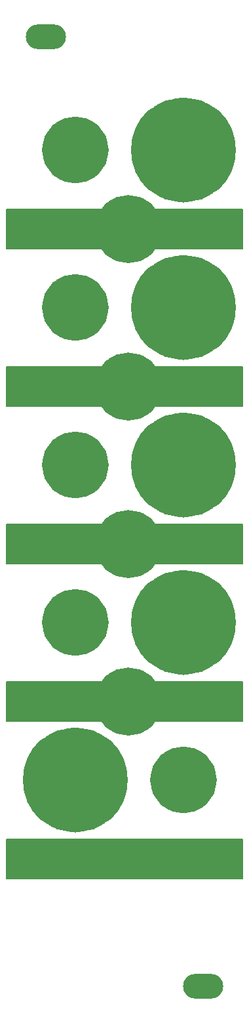
<source format=gbr>
%TF.GenerationSoftware,KiCad,Pcbnew,8.0.1-8.0.1-1~ubuntu22.04.1*%
%TF.CreationDate,2024-04-11T21:20:55+02:00*%
%TF.ProjectId,HagiwoEurorackMixer_PanelOnly,48616769-776f-4457-9572-6f7261636b4d,rev?*%
%TF.SameCoordinates,Original*%
%TF.FileFunction,Soldermask,Top*%
%TF.FilePolarity,Negative*%
%FSLAX46Y46*%
G04 Gerber Fmt 4.6, Leading zero omitted, Abs format (unit mm)*
G04 Created by KiCad (PCBNEW 8.0.1-8.0.1-1~ubuntu22.04.1) date 2024-04-11 21:20:55*
%MOMM*%
%LPD*%
G01*
G04 APERTURE LIST*
%ADD10C,4.302403*%
%ADD11C,4.385523*%
%ADD12C,0.150000*%
%ADD13C,6.780792*%
%ADD14C,7.000000*%
%ADD15O,5.200000X3.200000*%
G04 APERTURE END LIST*
D10*
X115816201Y-53160000D02*
G75*
G02*
X111513799Y-53160000I-2151201J0D01*
G01*
X111513799Y-53160000D02*
G75*
G02*
X115816201Y-53160000I2151201J0D01*
G01*
D11*
X122715761Y-83689213D02*
G75*
G02*
X118330239Y-83689213I-2192761J0D01*
G01*
X118330239Y-83689213D02*
G75*
G02*
X122715761Y-83689213I2192761J0D01*
G01*
D10*
X115816201Y-114120000D02*
G75*
G02*
X111513799Y-114120000I-2151201J0D01*
G01*
X111513799Y-114120000D02*
G75*
G02*
X115816201Y-114120000I2151201J0D01*
G01*
X115816201Y-73480000D02*
G75*
G02*
X111513799Y-73480000I-2151201J0D01*
G01*
X111513799Y-73480000D02*
G75*
G02*
X115816201Y-73480000I2151201J0D01*
G01*
X129786201Y-134440000D02*
G75*
G02*
X125483799Y-134440000I-2151201J0D01*
G01*
X125483799Y-134440000D02*
G75*
G02*
X129786201Y-134440000I2151201J0D01*
G01*
X115816201Y-93800000D02*
G75*
G02*
X111513799Y-93800000I-2151201J0D01*
G01*
X111513799Y-93800000D02*
G75*
G02*
X115816201Y-93800000I2151201J0D01*
G01*
D11*
X122715761Y-63369213D02*
G75*
G02*
X118330239Y-63369213I-2192761J0D01*
G01*
X118330239Y-63369213D02*
G75*
G02*
X122715761Y-63369213I2192761J0D01*
G01*
D12*
X104775000Y-121789213D02*
X135255000Y-121789213D01*
X135255000Y-126869213D01*
X104775000Y-126869213D01*
X104775000Y-121789213D01*
G36*
X104775000Y-121789213D02*
G01*
X135255000Y-121789213D01*
X135255000Y-126869213D01*
X104775000Y-126869213D01*
X104775000Y-121789213D01*
G37*
D13*
X131025396Y-114120000D02*
G75*
G02*
X124244604Y-114120000I-3390396J0D01*
G01*
X124244604Y-114120000D02*
G75*
G02*
X131025396Y-114120000I3390396J0D01*
G01*
D12*
X104775000Y-142109213D02*
X135255000Y-142109213D01*
X135255000Y-147189213D01*
X104775000Y-147189213D01*
X104775000Y-142109213D01*
G36*
X104775000Y-142109213D02*
G01*
X135255000Y-142109213D01*
X135255000Y-147189213D01*
X104775000Y-147189213D01*
X104775000Y-142109213D01*
G37*
D13*
X131025396Y-53160000D02*
G75*
G02*
X124244604Y-53160000I-3390396J0D01*
G01*
X124244604Y-53160000D02*
G75*
G02*
X131025396Y-53160000I3390396J0D01*
G01*
X131025396Y-93800000D02*
G75*
G02*
X124244604Y-93800000I-3390396J0D01*
G01*
X124244604Y-93800000D02*
G75*
G02*
X131025396Y-93800000I3390396J0D01*
G01*
D12*
X104775000Y-101469213D02*
X135255000Y-101469213D01*
X135255000Y-106549213D01*
X104775000Y-106549213D01*
X104775000Y-101469213D01*
G36*
X104775000Y-101469213D02*
G01*
X135255000Y-101469213D01*
X135255000Y-106549213D01*
X104775000Y-106549213D01*
X104775000Y-101469213D01*
G37*
D11*
X122715761Y-104009213D02*
G75*
G02*
X118330239Y-104009213I-2192761J0D01*
G01*
X118330239Y-104009213D02*
G75*
G02*
X122715761Y-104009213I2192761J0D01*
G01*
X122715761Y-124329213D02*
G75*
G02*
X118330239Y-124329213I-2192761J0D01*
G01*
X118330239Y-124329213D02*
G75*
G02*
X122715761Y-124329213I2192761J0D01*
G01*
D13*
X117055396Y-134440000D02*
G75*
G02*
X110274604Y-134440000I-3390396J0D01*
G01*
X110274604Y-134440000D02*
G75*
G02*
X117055396Y-134440000I3390396J0D01*
G01*
D12*
X104775000Y-81149213D02*
X135255000Y-81149213D01*
X135255000Y-86229213D01*
X104775000Y-86229213D01*
X104775000Y-81149213D01*
G36*
X104775000Y-81149213D02*
G01*
X135255000Y-81149213D01*
X135255000Y-86229213D01*
X104775000Y-86229213D01*
X104775000Y-81149213D01*
G37*
X104775000Y-60829213D02*
X135255000Y-60829213D01*
X135255000Y-65909213D01*
X104775000Y-65909213D01*
X104775000Y-60829213D01*
G36*
X104775000Y-60829213D02*
G01*
X135255000Y-60829213D01*
X135255000Y-65909213D01*
X104775000Y-65909213D01*
X104775000Y-60829213D01*
G37*
D13*
X131025396Y-73480000D02*
G75*
G02*
X124244604Y-73480000I-3390396J0D01*
G01*
X124244604Y-73480000D02*
G75*
G02*
X131025396Y-73480000I3390396J0D01*
G01*
D14*
%TO.C,REF\u002A\u002A*%
X113665000Y-73480000D03*
%TD*%
%TO.C,REF\u002A\u002A*%
X127635000Y-134440000D03*
%TD*%
%TO.C,REF\u002A\u002A*%
X127635000Y-93800000D03*
%TD*%
%TO.C,REF\u002A\u002A*%
X127635000Y-73480000D03*
%TD*%
D15*
%TO.C,REF\u002A\u002A*%
X109855000Y-38557200D03*
%TD*%
D14*
%TO.C,REF\u002A\u002A*%
X113665000Y-114120000D03*
%TD*%
%TO.C,REF\u002A\u002A*%
X127635000Y-114120000D03*
%TD*%
%TO.C,REF\u002A\u002A*%
X113665000Y-93800000D03*
%TD*%
D15*
%TO.C,REF\u002A\u002A*%
X130175000Y-161061400D03*
%TD*%
D14*
%TO.C,REF\u002A\u002A*%
X113665000Y-53160000D03*
%TD*%
%TO.C,REF\u002A\u002A*%
X127635000Y-53160000D03*
%TD*%
%TO.C,REF\u002A\u002A*%
X113665000Y-134440000D03*
%TD*%
M02*

</source>
